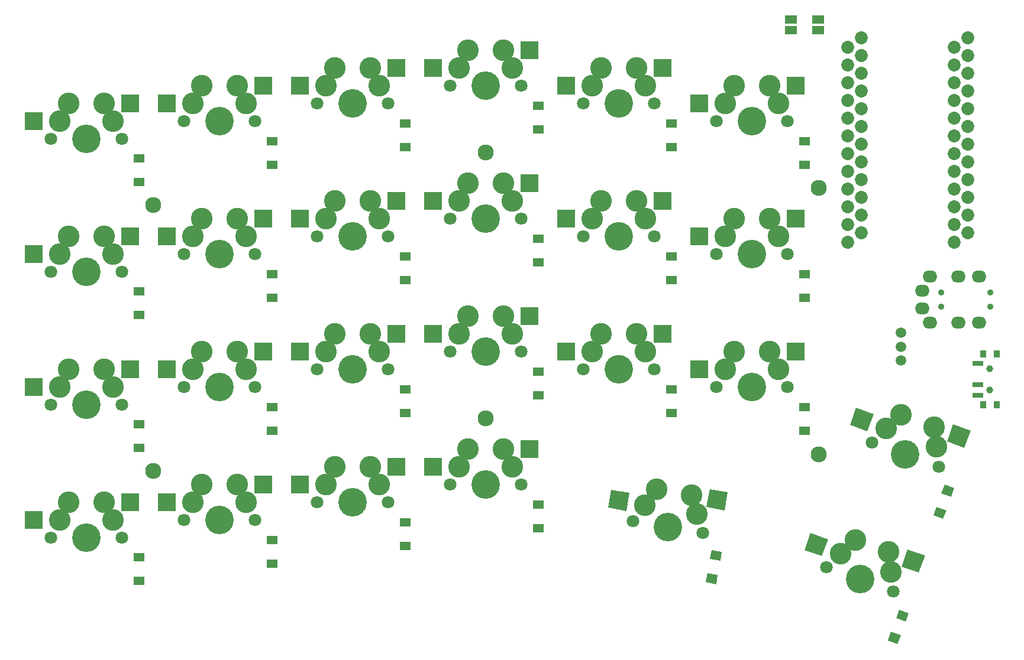
<source format=gbr>
%TF.GenerationSoftware,KiCad,Pcbnew,5.1.5+dfsg1-2build2*%
%TF.CreationDate,2020-09-11T22:42:26-05:00*%
%TF.ProjectId,keaboard_rev1,6b656162-6f61-4726-945f-726576312e6b,rev?*%
%TF.SameCoordinates,Original*%
%TF.FileFunction,Soldermask,Bot*%
%TF.FilePolarity,Negative*%
%FSLAX46Y46*%
G04 Gerber Fmt 4.6, Leading zero omitted, Abs format (unit mm)*
G04 Created by KiCad (PCBNEW 5.1.5+dfsg1-2build2) date 2020-09-11 22:42:26*
%MOMM*%
%LPD*%
G04 APERTURE LIST*
%ADD10R,0.900000X1.100000*%
%ADD11R,1.600000X0.800000*%
%ADD12C,1.000000*%
%ADD13C,1.497000*%
%ADD14C,2.300000*%
%ADD15C,3.100000*%
%ADD16C,4.087800*%
%ADD17C,1.801800*%
%ADD18R,2.650000X2.600000*%
%ADD19C,0.100000*%
%ADD20R,1.500000X1.300000*%
%ADD21O,2.100000X1.700000*%
%ADD22C,0.900000*%
%ADD23C,1.852600*%
%ADD24R,1.750000X1.150000*%
G04 APERTURE END LIST*
D10*
%TO.C,SW_PWR1*%
X169088000Y-105951000D03*
D11*
X168303000Y-107351000D03*
D10*
X171018000Y-105951000D03*
X169088000Y-113251000D03*
D11*
X168303000Y-111851000D03*
D10*
X171018000Y-113251000D03*
D11*
X168303000Y-110351000D03*
D12*
X170053000Y-108101000D03*
X170053000Y-111101000D03*
%TD*%
D13*
%TO.C,BAT1*%
X157353000Y-106934001D03*
X157353000Y-104934000D03*
X157353000Y-102933999D03*
%TD*%
D14*
%TO.C,REF\002A\002A*%
X145552000Y-82169000D03*
%TD*%
%TO.C,REF\002A\002A*%
X145552000Y-120396000D03*
%TD*%
%TO.C,REF\002A\002A*%
X97917000Y-77089000D03*
%TD*%
%TO.C,REF\002A\002A*%
X97917000Y-115189000D03*
%TD*%
%TO.C,REF\002A\002A*%
X50302000Y-122769000D03*
%TD*%
%TO.C,REF\002A\002A*%
X50292000Y-84669000D03*
%TD*%
D15*
%TO.C,K17*%
X114427000Y-65024000D03*
X120777000Y-67564000D03*
D16*
X116967000Y-70104000D03*
D17*
X111887000Y-70104000D03*
X122047000Y-70104000D03*
D18*
X123247000Y-65024000D03*
D15*
X119497000Y-65024000D03*
X113147000Y-67564000D03*
D18*
X109397000Y-67564000D03*
%TD*%
D19*
%TO.C,D25*%
G36*
X158018890Y-144324316D02*
G01*
X156609351Y-143811286D01*
X157053978Y-142589686D01*
X158463517Y-143102716D01*
X158018890Y-144324316D01*
G37*
G36*
X156856022Y-147519270D02*
G01*
X155446483Y-147006240D01*
X155891110Y-145784640D01*
X157300649Y-146297670D01*
X156856022Y-147519270D01*
G37*
%TD*%
%TO.C,D24*%
G36*
X164534373Y-126423171D02*
G01*
X163124834Y-125910141D01*
X163569461Y-124688541D01*
X164979000Y-125201571D01*
X164534373Y-126423171D01*
G37*
G36*
X163371505Y-129618125D02*
G01*
X161961966Y-129105095D01*
X162406593Y-127883495D01*
X163816132Y-128396525D01*
X163371505Y-129618125D01*
G37*
%TD*%
D20*
%TO.C,D23*%
X143517000Y-113544000D03*
X143517000Y-116944000D03*
%TD*%
%TO.C,D22*%
X143517000Y-94494000D03*
X143517000Y-97894000D03*
%TD*%
%TO.C,D21*%
X143517000Y-75444000D03*
X143517000Y-78844000D03*
%TD*%
D19*
%TO.C,D20*%
G36*
X131482146Y-135595960D02*
G01*
X130004935Y-135335488D01*
X130230678Y-134055238D01*
X131707889Y-134315710D01*
X131482146Y-135595960D01*
G37*
G36*
X130891742Y-138944306D02*
G01*
X129414531Y-138683834D01*
X129640274Y-137403584D01*
X131117485Y-137664056D01*
X130891742Y-138944306D01*
G37*
%TD*%
D20*
%TO.C,D19*%
X124467000Y-111004000D03*
X124467000Y-114404000D03*
%TD*%
%TO.C,D18*%
X124467000Y-91954000D03*
X124467000Y-95354000D03*
%TD*%
%TO.C,D17*%
X124467000Y-72904000D03*
X124467000Y-76304000D03*
%TD*%
%TO.C,D16*%
X105417000Y-127514000D03*
X105417000Y-130914000D03*
%TD*%
%TO.C,D15*%
X105417000Y-108464000D03*
X105417000Y-111864000D03*
%TD*%
%TO.C,D14*%
X105417000Y-89414000D03*
X105417000Y-92814000D03*
%TD*%
%TO.C,D13*%
X105417000Y-70364000D03*
X105417000Y-73764000D03*
%TD*%
%TO.C,D12*%
X86367000Y-130054000D03*
X86367000Y-133454000D03*
%TD*%
%TO.C,D11*%
X86367000Y-111004000D03*
X86367000Y-114404000D03*
%TD*%
%TO.C,D10*%
X86367000Y-91954000D03*
X86367000Y-95354000D03*
%TD*%
%TO.C,D09*%
X86367000Y-72904000D03*
X86367000Y-76304000D03*
%TD*%
%TO.C,D08*%
X67317000Y-132594000D03*
X67317000Y-135994000D03*
%TD*%
%TO.C,D07*%
X67317000Y-113544000D03*
X67317000Y-116944000D03*
%TD*%
%TO.C,D06*%
X67317000Y-94494000D03*
X67317000Y-97894000D03*
%TD*%
%TO.C,D05*%
X67317000Y-75444000D03*
X67317000Y-78844000D03*
%TD*%
%TO.C,D04*%
X48267000Y-135094000D03*
X48267000Y-138494000D03*
%TD*%
%TO.C,D03*%
X48267000Y-116044000D03*
X48267000Y-119444000D03*
%TD*%
%TO.C,D02*%
X48267000Y-96994000D03*
X48267000Y-100394000D03*
%TD*%
%TO.C,D01*%
X48267000Y-81344000D03*
X48267000Y-77944000D03*
%TD*%
D21*
%TO.C,TRRS1*%
X165504000Y-94853000D03*
D22*
X170104000Y-97153000D03*
D21*
X160404000Y-99453000D03*
D22*
X163104000Y-97153000D03*
D21*
X168504000Y-94853000D03*
X161504000Y-94853000D03*
X165504000Y-101503000D03*
D22*
X170104000Y-99203000D03*
X163104000Y-99203000D03*
D21*
X168504000Y-101503000D03*
X161504000Y-101503000D03*
X160404000Y-96903000D03*
%TD*%
D15*
%TO.C,K05*%
X57277000Y-67564000D03*
X63627000Y-70104000D03*
D16*
X59817000Y-72644000D03*
D17*
X54737000Y-72644000D03*
X64897000Y-72644000D03*
D18*
X66097000Y-67564000D03*
D15*
X62347000Y-67564000D03*
X55997000Y-70104000D03*
D18*
X52247000Y-70104000D03*
%TD*%
D15*
%TO.C,K01*%
X38227000Y-70064000D03*
X44577000Y-72604000D03*
D16*
X40767000Y-75144000D03*
D17*
X35687000Y-75144000D03*
X45847000Y-75144000D03*
D18*
X47047000Y-70064000D03*
D15*
X43297000Y-70064000D03*
X36947000Y-72604000D03*
D18*
X33197000Y-72604000D03*
%TD*%
D15*
%TO.C,K25*%
X150797039Y-132618340D03*
X155895356Y-137176987D03*
D16*
X151446396Y-138260710D03*
D17*
X146672757Y-136523248D03*
X156220035Y-139998172D03*
D19*
G36*
X157395409Y-136403382D02*
G01*
X158284661Y-133960181D01*
X160774847Y-134866534D01*
X159885595Y-137309735D01*
X157395409Y-136403382D01*
G37*
D15*
X155561281Y-134352382D03*
X148725501Y-134567374D03*
D19*
G36*
X143511935Y-134053222D02*
G01*
X144401187Y-131610021D01*
X146891373Y-132516374D01*
X146002121Y-134959575D01*
X143511935Y-134053222D01*
G37*
%TD*%
D15*
%TO.C,K24*%
X157312522Y-114717196D03*
X162410839Y-119275843D03*
D16*
X157961879Y-120359566D03*
D17*
X153188240Y-118622104D03*
X162735518Y-122097028D03*
D19*
G36*
X163910892Y-118502238D02*
G01*
X164800144Y-116059037D01*
X167290330Y-116965390D01*
X166401078Y-119408591D01*
X163910892Y-118502238D01*
G37*
D15*
X162076764Y-116451238D03*
X155240984Y-116666230D03*
D19*
G36*
X150027418Y-116152078D02*
G01*
X150916670Y-113708877D01*
X153406856Y-114615230D01*
X152517604Y-117058431D01*
X150027418Y-116152078D01*
G37*
%TD*%
D15*
%TO.C,K23*%
X133477000Y-105664000D03*
X139827000Y-108204000D03*
D16*
X136017000Y-110744000D03*
D17*
X130937000Y-110744000D03*
X141097000Y-110744000D03*
D18*
X142297000Y-105664000D03*
D15*
X138547000Y-105664000D03*
X132197000Y-108204000D03*
D18*
X128447000Y-108204000D03*
%TD*%
D15*
%TO.C,K22*%
X133477000Y-86614000D03*
X139827000Y-89154000D03*
D16*
X136017000Y-91694000D03*
D17*
X130937000Y-91694000D03*
X141097000Y-91694000D03*
D18*
X142297000Y-86614000D03*
D15*
X138547000Y-86614000D03*
X132197000Y-89154000D03*
D18*
X128447000Y-89154000D03*
%TD*%
D15*
%TO.C,K21*%
X133477000Y-67564000D03*
X139827000Y-70104000D03*
D16*
X136017000Y-72644000D03*
D17*
X130937000Y-72644000D03*
X141097000Y-72644000D03*
D18*
X142297000Y-67564000D03*
D15*
X138547000Y-67564000D03*
X132197000Y-70104000D03*
D18*
X128447000Y-70104000D03*
%TD*%
D15*
%TO.C,K20*%
X122337290Y-125321885D03*
X128149753Y-128925963D03*
D16*
X123956569Y-130765775D03*
D17*
X118953746Y-129883642D03*
X128959392Y-131647908D03*
D19*
G36*
X129492681Y-127903628D02*
G01*
X129944166Y-125343128D01*
X132553907Y-125803296D01*
X132102422Y-128363796D01*
X129492681Y-127903628D01*
G37*
D15*
X127330265Y-126202282D03*
X120635670Y-127601027D03*
D19*
G36*
X115412028Y-128000013D02*
G01*
X115863513Y-125439513D01*
X118473254Y-125899681D01*
X118021769Y-128460181D01*
X115412028Y-128000013D01*
G37*
%TD*%
D15*
%TO.C,K19*%
X114427000Y-103124000D03*
X120777000Y-105664000D03*
D16*
X116967000Y-108204000D03*
D17*
X111887000Y-108204000D03*
X122047000Y-108204000D03*
D18*
X123247000Y-103124000D03*
D15*
X119497000Y-103124000D03*
X113147000Y-105664000D03*
D18*
X109397000Y-105664000D03*
%TD*%
D15*
%TO.C,K18*%
X114427000Y-84074000D03*
X120777000Y-86614000D03*
D16*
X116967000Y-89154000D03*
D17*
X111887000Y-89154000D03*
X122047000Y-89154000D03*
D18*
X123247000Y-84074000D03*
D15*
X119497000Y-84074000D03*
X113147000Y-86614000D03*
D18*
X109397000Y-86614000D03*
%TD*%
D15*
%TO.C,K16*%
X95377000Y-119634000D03*
X101727000Y-122174000D03*
D16*
X97917000Y-124714000D03*
D17*
X92837000Y-124714000D03*
X102997000Y-124714000D03*
D18*
X104197000Y-119634000D03*
D15*
X100447000Y-119634000D03*
X94097000Y-122174000D03*
D18*
X90347000Y-122174000D03*
%TD*%
D15*
%TO.C,K15*%
X95377000Y-100584000D03*
X101727000Y-103124000D03*
D16*
X97917000Y-105664000D03*
D17*
X92837000Y-105664000D03*
X102997000Y-105664000D03*
D18*
X104197000Y-100584000D03*
D15*
X100447000Y-100584000D03*
X94097000Y-103124000D03*
D18*
X90347000Y-103124000D03*
%TD*%
D15*
%TO.C,K14*%
X95377000Y-81534000D03*
X101727000Y-84074000D03*
D16*
X97917000Y-86614000D03*
D17*
X92837000Y-86614000D03*
X102997000Y-86614000D03*
D18*
X104197000Y-81534000D03*
D15*
X100447000Y-81534000D03*
X94097000Y-84074000D03*
D18*
X90347000Y-84074000D03*
%TD*%
D15*
%TO.C,K13*%
X95377000Y-62484000D03*
X101727000Y-65024000D03*
D16*
X97917000Y-67564000D03*
D17*
X92837000Y-67564000D03*
X102997000Y-67564000D03*
D18*
X104197000Y-62484000D03*
D15*
X100447000Y-62484000D03*
X94097000Y-65024000D03*
D18*
X90347000Y-65024000D03*
%TD*%
D15*
%TO.C,K12*%
X76327000Y-122174000D03*
X82677000Y-124714000D03*
D16*
X78867000Y-127254000D03*
D17*
X73787000Y-127254000D03*
X83947000Y-127254000D03*
D18*
X85147000Y-122174000D03*
D15*
X81397000Y-122174000D03*
X75047000Y-124714000D03*
D18*
X71297000Y-124714000D03*
%TD*%
D15*
%TO.C,K11*%
X76327000Y-103124000D03*
X82677000Y-105664000D03*
D16*
X78867000Y-108204000D03*
D17*
X73787000Y-108204000D03*
X83947000Y-108204000D03*
D18*
X85147000Y-103124000D03*
D15*
X81397000Y-103124000D03*
X75047000Y-105664000D03*
D18*
X71297000Y-105664000D03*
%TD*%
D15*
%TO.C,K10*%
X76327000Y-84074000D03*
X82677000Y-86614000D03*
D16*
X78867000Y-89154000D03*
D17*
X73787000Y-89154000D03*
X83947000Y-89154000D03*
D18*
X85147000Y-84074000D03*
D15*
X81397000Y-84074000D03*
X75047000Y-86614000D03*
D18*
X71297000Y-86614000D03*
%TD*%
D15*
%TO.C,K09*%
X76327000Y-65024000D03*
X82677000Y-67564000D03*
D16*
X78867000Y-70104000D03*
D17*
X73787000Y-70104000D03*
X83947000Y-70104000D03*
D18*
X85147000Y-65024000D03*
D15*
X81397000Y-65024000D03*
X75047000Y-67564000D03*
D18*
X71297000Y-67564000D03*
%TD*%
D15*
%TO.C,K08*%
X57277000Y-124714000D03*
X63627000Y-127254000D03*
D16*
X59817000Y-129794000D03*
D17*
X54737000Y-129794000D03*
X64897000Y-129794000D03*
D18*
X66097000Y-124714000D03*
D15*
X62347000Y-124714000D03*
X55997000Y-127254000D03*
D18*
X52247000Y-127254000D03*
%TD*%
D15*
%TO.C,K07*%
X57277000Y-105664000D03*
X63627000Y-108204000D03*
D16*
X59817000Y-110744000D03*
D17*
X54737000Y-110744000D03*
X64897000Y-110744000D03*
D18*
X66097000Y-105664000D03*
D15*
X62347000Y-105664000D03*
X55997000Y-108204000D03*
D18*
X52247000Y-108204000D03*
%TD*%
D15*
%TO.C,K06*%
X57277000Y-86614000D03*
X63627000Y-89154000D03*
D16*
X59817000Y-91694000D03*
D17*
X54737000Y-91694000D03*
X64897000Y-91694000D03*
D18*
X66097000Y-86614000D03*
D15*
X62347000Y-86614000D03*
X55997000Y-89154000D03*
D18*
X52247000Y-89154000D03*
%TD*%
D15*
%TO.C,K04*%
X38227000Y-127214000D03*
X44577000Y-129754000D03*
D16*
X40767000Y-132294000D03*
D17*
X35687000Y-132294000D03*
X45847000Y-132294000D03*
D18*
X47047000Y-127214000D03*
D15*
X43297000Y-127214000D03*
X36947000Y-129754000D03*
D18*
X33197000Y-129754000D03*
%TD*%
D15*
%TO.C,K03*%
X38227000Y-108164000D03*
X44577000Y-110704000D03*
D16*
X40767000Y-113244000D03*
D17*
X35687000Y-113244000D03*
X45847000Y-113244000D03*
D18*
X47047000Y-108164000D03*
D15*
X43297000Y-108164000D03*
X36947000Y-110704000D03*
D18*
X33197000Y-110704000D03*
%TD*%
D15*
%TO.C,K02*%
X38227000Y-89114000D03*
X44577000Y-91654000D03*
D16*
X40767000Y-94194000D03*
D17*
X35687000Y-94194000D03*
X45847000Y-94194000D03*
D18*
X47047000Y-89114000D03*
D15*
X43297000Y-89114000D03*
X36947000Y-91654000D03*
D18*
X33197000Y-91654000D03*
%TD*%
D23*
%TO.C,U1*%
X166878000Y-60706000D03*
X151638000Y-88646000D03*
X166878000Y-63246000D03*
X166878000Y-65786000D03*
X166878000Y-68326000D03*
X166878000Y-70866000D03*
X166878000Y-73406000D03*
X166878000Y-75946000D03*
X166878000Y-78486000D03*
X166878000Y-81026000D03*
X166878000Y-83566000D03*
X166878000Y-86106000D03*
X166878000Y-88646000D03*
X151638000Y-86106000D03*
X151638000Y-83566000D03*
X151638000Y-81026000D03*
X151638000Y-78486000D03*
X151638000Y-75946000D03*
X151638000Y-73406000D03*
X151638000Y-70866000D03*
X151638000Y-68326000D03*
X151638000Y-65786000D03*
X151638000Y-63246000D03*
X151638000Y-60706000D03*
X164978000Y-79766000D03*
X164978000Y-82306000D03*
X164978000Y-77226000D03*
X164978000Y-61986000D03*
X164978000Y-74686000D03*
X164978000Y-87386000D03*
X164978000Y-84846000D03*
X149738000Y-82306000D03*
X149738000Y-79766000D03*
X149738000Y-77226000D03*
X149738000Y-89926000D03*
X149738000Y-87386000D03*
X149738000Y-84846000D03*
X164978000Y-69606000D03*
X164978000Y-72146000D03*
X164978000Y-67066000D03*
X149738000Y-61986000D03*
X164978000Y-89926000D03*
X149738000Y-64526000D03*
X149738000Y-67066000D03*
X149738000Y-69606000D03*
X149738000Y-74686000D03*
X149738000Y-72146000D03*
X164978000Y-64526000D03*
%TD*%
D12*
%TO.C,SW_RST1*%
X141485000Y-58001000D03*
X145535000Y-58001000D03*
D24*
X145435000Y-59526000D03*
X145435000Y-58076000D03*
X141585000Y-58076000D03*
X141585000Y-59526000D03*
%TD*%
M02*

</source>
